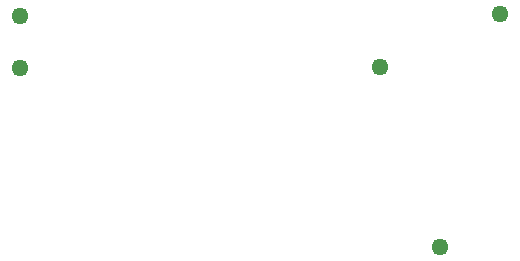
<source format=gbs>
%TF.GenerationSoftware,KiCad,Pcbnew,7.0.5-0*%
%TF.CreationDate,2023-06-17T21:21:13-07:00*%
%TF.ProjectId,JumperlessLEDboard,4a756d70-6572-46c6-9573-734c4544626f,rev?*%
%TF.SameCoordinates,Original*%
%TF.FileFunction,Soldermask,Bot*%
%TF.FilePolarity,Negative*%
%FSLAX46Y46*%
G04 Gerber Fmt 4.6, Leading zero omitted, Abs format (unit mm)*
G04 Created by KiCad (PCBNEW 7.0.5-0) date 2023-06-17 21:21:13*
%MOMM*%
%LPD*%
G01*
G04 APERTURE LIST*
G04 Aperture macros list*
%AMRoundRect*
0 Rectangle with rounded corners*
0 $1 Rounding radius*
0 $2 $3 $4 $5 $6 $7 $8 $9 X,Y pos of 4 corners*
0 Add a 4 corners polygon primitive as box body*
4,1,4,$2,$3,$4,$5,$6,$7,$8,$9,$2,$3,0*
0 Add four circle primitives for the rounded corners*
1,1,$1+$1,$2,$3*
1,1,$1+$1,$4,$5*
1,1,$1+$1,$6,$7*
1,1,$1+$1,$8,$9*
0 Add four rect primitives between the rounded corners*
20,1,$1+$1,$2,$3,$4,$5,0*
20,1,$1+$1,$4,$5,$6,$7,0*
20,1,$1+$1,$6,$7,$8,$9,0*
20,1,$1+$1,$8,$9,$2,$3,0*%
G04 Aperture macros list end*
%ADD10RoundRect,0.455000X-0.195000X-0.195000X0.195000X-0.195000X0.195000X0.195000X-0.195000X0.195000X0*%
G04 APERTURE END LIST*
D10*
%TO.C,J10*%
X125603000Y-67995800D03*
%TD*%
%TO.C,TP19*%
X95123000Y-68072000D03*
%TD*%
%TO.C,TP18*%
X135763000Y-63500000D03*
%TD*%
%TO.C,J8*%
X95123000Y-63652400D03*
%TD*%
%TO.C,J9*%
X130683000Y-83235800D03*
%TD*%
M02*

</source>
